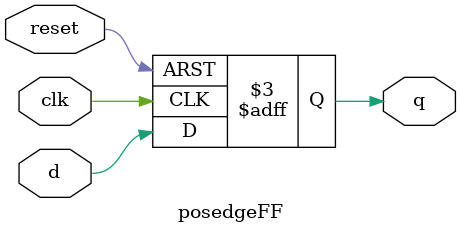
<source format=v>
/**************************************************************************
 *
 *  EE/CS 314
 *  Cornell University, Ithaca, NY 14853
 *
 **************************************************************************
 */

// positive-edge flip-flop with ASYNCHRONOUS active-high reset
module posedgeFF(clk,reset,d,q);

   input wire clk;
   input wire reset;
   input wire d;
   output reg q;
 
  always @(posedge clk or posedge reset)
    begin    
     	if(reset == 1) q <= 0;
	else q <= d;
     end

`ifdef FUNCTIONAL
   integer last_change = -1;
   always @(clk or reset) begin
      if ($time == last_change) begin
	 $display("Warning: potential glitch in posedgeFF at real time %d", $time);
      end
      last_change = $time;
      
   end
`endif
   
endmodule // posedgeFF

</source>
